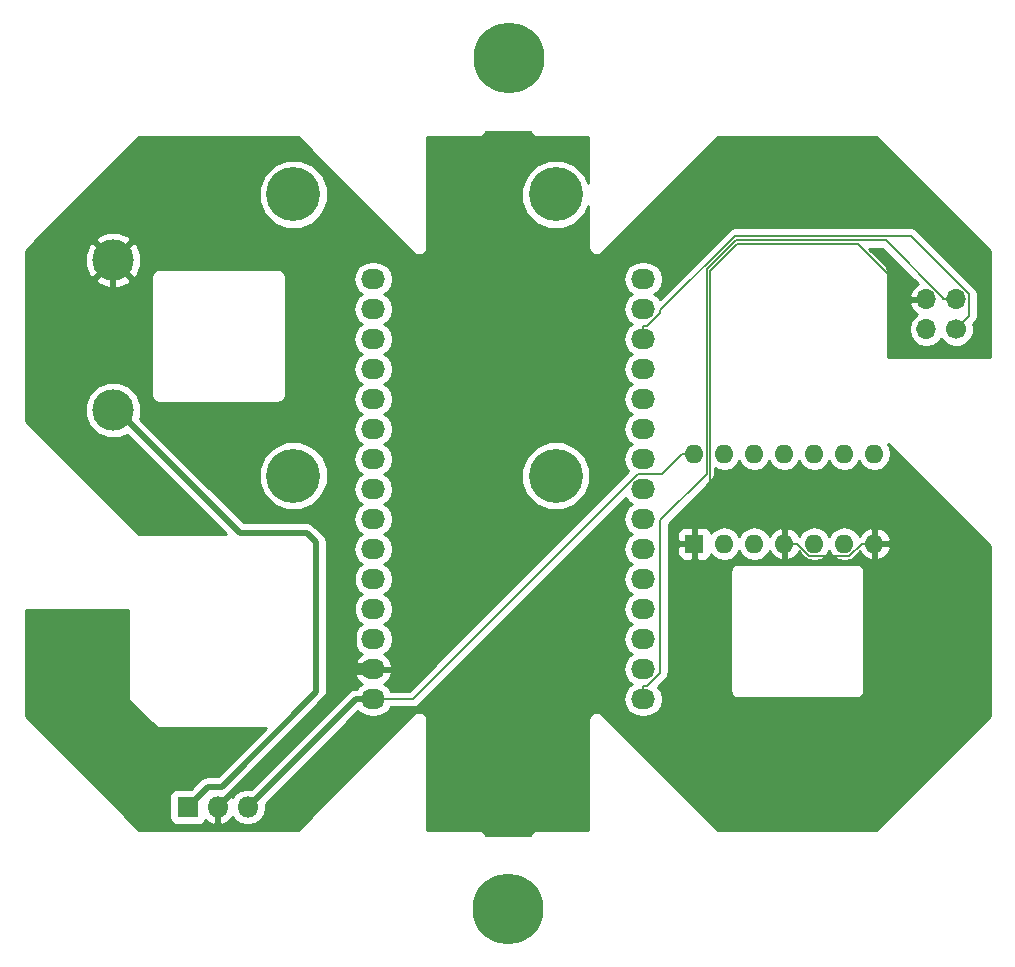
<source format=gbl>
G04 #@! TF.FileFunction,Copper,L2,Bot,Signal*
%FSLAX46Y46*%
G04 Gerber Fmt 4.6, Leading zero omitted, Abs format (unit mm)*
G04 Created by KiCad (PCBNEW 4.0.7) date 07/15/18 15:36:16*
%MOMM*%
%LPD*%
G01*
G04 APERTURE LIST*
%ADD10C,0.100000*%
%ADD11C,3.500000*%
%ADD12C,4.572000*%
%ADD13R,1.800000X1.800000*%
%ADD14O,1.800000X1.800000*%
%ADD15O,2.032000X1.727200*%
%ADD16C,1.700000*%
%ADD17O,1.700000X1.700000*%
%ADD18R,1.600000X1.600000*%
%ADD19O,1.600000X1.600000*%
%ADD20C,6.000000*%
%ADD21C,0.500000*%
%ADD22C,0.152400*%
%ADD23C,1.000000*%
%ADD24C,0.254000*%
G04 APERTURE END LIST*
D10*
D11*
X156600000Y-68800000D03*
X156600000Y-56100000D03*
D12*
X171840000Y-50537400D03*
X171840000Y-74362600D03*
X194065000Y-74362600D03*
X194065000Y-50537400D03*
D13*
X162900000Y-102400000D03*
D14*
X165440000Y-102400000D03*
X167980000Y-102400000D03*
D15*
X178600000Y-57700000D03*
X178600000Y-60240000D03*
X178600000Y-62780000D03*
X178600000Y-65320000D03*
X178600000Y-67860000D03*
X178600000Y-70400000D03*
X178600000Y-72940000D03*
X178600000Y-75480000D03*
X178600000Y-78020000D03*
X178600000Y-80560000D03*
X178600000Y-83100000D03*
X178600000Y-85640000D03*
X178600000Y-88180000D03*
X178600000Y-90720000D03*
X178600000Y-93260000D03*
X201460000Y-57700000D03*
X201460000Y-88180000D03*
X201460000Y-90720000D03*
X201460000Y-85640000D03*
X201460000Y-70400000D03*
X201460000Y-67860000D03*
X201460000Y-72940000D03*
X201460000Y-93260000D03*
X201460000Y-78020000D03*
X201460000Y-75480000D03*
X201460000Y-80560000D03*
X201460000Y-83100000D03*
X201460000Y-62780000D03*
X201460000Y-65320000D03*
X201460000Y-60240000D03*
D16*
X227970000Y-61970000D03*
D17*
X225430000Y-61970000D03*
X227970000Y-59430000D03*
X225430000Y-59430000D03*
D18*
X205800000Y-80100000D03*
D19*
X221040000Y-72480000D03*
X208340000Y-80100000D03*
X218500000Y-72480000D03*
X210880000Y-80100000D03*
X215960000Y-72480000D03*
X213420000Y-80100000D03*
X213420000Y-72480000D03*
X215960000Y-80100000D03*
X210880000Y-72480000D03*
X218500000Y-80100000D03*
X208340000Y-72480000D03*
X221040000Y-80100000D03*
X205800000Y-72480000D03*
D20*
X190100000Y-39000000D03*
X190000000Y-111000000D03*
D21*
X176752732Y-90749925D02*
X176752732Y-91087268D01*
X176752732Y-91087268D02*
X165440000Y-102400000D01*
X156600000Y-56100000D02*
X156600000Y-63800000D01*
X156600000Y-63800000D02*
X155800000Y-64600000D01*
D22*
X218918200Y-81192900D02*
X220011100Y-80100000D01*
X215541800Y-81192900D02*
X218918200Y-81192900D01*
X214448900Y-80100000D02*
X215541800Y-81192900D01*
X213420000Y-80100000D02*
X214448900Y-80100000D01*
X221040000Y-80100000D02*
X220011100Y-80100000D01*
X225430000Y-59430000D02*
X224351100Y-59430000D01*
X205800000Y-80100000D02*
X205800000Y-79071100D01*
X219637200Y-54716100D02*
X224351100Y-59430000D01*
X209422000Y-54716100D02*
X219637200Y-54716100D01*
X207134000Y-57004100D02*
X209422000Y-54716100D01*
X207134000Y-77737100D02*
X207134000Y-57004100D01*
X205800000Y-79071100D02*
X207134000Y-77737100D01*
X176800000Y-90700000D02*
X176752732Y-90749925D01*
D23*
X178600000Y-90720000D02*
X176800000Y-90700000D01*
X176500000Y-78200000D02*
X176800000Y-90700000D01*
D21*
X155800000Y-64600000D02*
X171100000Y-78200000D01*
X171100000Y-78200000D02*
X176500000Y-78200000D01*
X178600000Y-93260000D02*
X177120000Y-93260000D01*
X177120000Y-93260000D02*
X167980000Y-102400000D01*
D22*
X205800000Y-72480000D02*
X204771100Y-72480000D01*
X181955400Y-93260000D02*
X178600000Y-93260000D01*
X201005400Y-74210000D02*
X181955400Y-93260000D01*
X203041100Y-74210000D02*
X201005400Y-74210000D01*
X204771100Y-72480000D02*
X203041100Y-74210000D01*
D21*
X156600000Y-68800000D02*
X156900000Y-68800000D01*
X156900000Y-68800000D02*
X167300000Y-79200000D01*
X164600000Y-100700000D02*
X162900000Y-102400000D01*
X165800000Y-100700000D02*
X164600000Y-100700000D01*
X173800000Y-92700000D02*
X165800000Y-100700000D01*
X173800000Y-80000000D02*
X173800000Y-92700000D01*
X173000000Y-79200000D02*
X173800000Y-80000000D01*
X167300000Y-79200000D02*
X173000000Y-79200000D01*
D22*
X227970000Y-59430000D02*
X226891100Y-59430000D01*
X201460000Y-93260000D02*
X201460000Y-92167500D01*
X226891100Y-59295100D02*
X226891100Y-59430000D01*
X222003400Y-54407400D02*
X226891100Y-59295100D01*
X209299000Y-54407400D02*
X222003400Y-54407400D01*
X206828900Y-56877500D02*
X209299000Y-54407400D01*
X206828900Y-74210000D02*
X206828900Y-56877500D01*
X202907400Y-78131500D02*
X206828900Y-74210000D01*
X202907400Y-91022600D02*
X202907400Y-78131500D01*
X201762500Y-92167500D02*
X202907400Y-91022600D01*
X201460000Y-92167500D02*
X201762500Y-92167500D01*
X201818200Y-61687500D02*
X201460000Y-61687500D01*
X202907400Y-60598300D02*
X201818200Y-61687500D01*
X202907400Y-60351400D02*
X202907400Y-60598300D01*
X209209200Y-54049600D02*
X202907400Y-60351400D01*
X224176800Y-54049600D02*
X209209200Y-54049600D01*
X229069900Y-58942700D02*
X224176800Y-54049600D01*
X229069900Y-60870100D02*
X229069900Y-58942700D01*
X227970000Y-61970000D02*
X229069900Y-60870100D01*
X201460000Y-62780000D02*
X201460000Y-61687500D01*
D24*
G36*
X230816100Y-80287336D02*
X230816100Y-94719864D01*
X221217364Y-104318600D01*
X207784836Y-104318600D01*
X197985468Y-94519232D01*
X197763238Y-94370743D01*
X197501100Y-94318600D01*
X197238962Y-94370743D01*
X197016732Y-94519232D01*
X196868243Y-94741462D01*
X196816100Y-95003600D01*
X196816100Y-104318600D01*
X192501100Y-104318600D01*
X192238962Y-104370743D01*
X192016732Y-104519232D01*
X191868243Y-104741462D01*
X191861970Y-104773000D01*
X188140230Y-104773000D01*
X188133957Y-104741462D01*
X187985468Y-104519232D01*
X187763238Y-104370743D01*
X187501100Y-104318600D01*
X183186100Y-104318600D01*
X183186100Y-95003600D01*
X183133957Y-94741462D01*
X182985468Y-94519232D01*
X182763238Y-94370743D01*
X182501100Y-94318600D01*
X182238962Y-94370743D01*
X182016732Y-94519232D01*
X172217364Y-104318600D01*
X158784836Y-104318600D01*
X149186100Y-94719864D01*
X149186100Y-85688600D01*
X157816100Y-85688600D01*
X157816100Y-93003600D01*
X157868243Y-93265738D01*
X158016732Y-93487968D01*
X160016732Y-95487968D01*
X160238962Y-95636457D01*
X160501100Y-95688600D01*
X169559821Y-95688600D01*
X165433420Y-99815000D01*
X164600005Y-99815000D01*
X164600000Y-99814999D01*
X164317516Y-99871190D01*
X164261325Y-99882367D01*
X163974210Y-100074210D01*
X163974208Y-100074213D01*
X163195861Y-100852560D01*
X162000000Y-100852560D01*
X161764683Y-100896838D01*
X161548559Y-101035910D01*
X161403569Y-101248110D01*
X161352560Y-101500000D01*
X161352560Y-103300000D01*
X161396838Y-103535317D01*
X161535910Y-103751441D01*
X161748110Y-103896431D01*
X162000000Y-103947440D01*
X163800000Y-103947440D01*
X164035317Y-103903162D01*
X164251441Y-103764090D01*
X164396431Y-103551890D01*
X164406766Y-103500854D01*
X164532424Y-103637966D01*
X165075258Y-103891046D01*
X165313000Y-103770997D01*
X165313000Y-102527000D01*
X165293000Y-102527000D01*
X165293000Y-102273000D01*
X165313000Y-102273000D01*
X165313000Y-102253000D01*
X165567000Y-102253000D01*
X165567000Y-102273000D01*
X165587000Y-102273000D01*
X165587000Y-102527000D01*
X165567000Y-102527000D01*
X165567000Y-103770997D01*
X165804742Y-103891046D01*
X166347576Y-103637966D01*
X166705499Y-103247418D01*
X166864519Y-103485409D01*
X167362509Y-103818155D01*
X167949928Y-103935000D01*
X168010072Y-103935000D01*
X168597491Y-103818155D01*
X169095481Y-103485409D01*
X169428227Y-102987419D01*
X169545072Y-102400000D01*
X169493060Y-102138520D01*
X177338091Y-94293488D01*
X177355585Y-94319670D01*
X177841766Y-94644526D01*
X178415255Y-94758600D01*
X178784745Y-94758600D01*
X179358234Y-94644526D01*
X179844415Y-94319670D01*
X180077255Y-93971200D01*
X181955400Y-93971200D01*
X182227565Y-93917063D01*
X182458294Y-93762894D01*
X200001668Y-76219521D01*
X200215585Y-76539670D01*
X200530366Y-76750000D01*
X200215585Y-76960330D01*
X199890729Y-77446511D01*
X199776655Y-78020000D01*
X199890729Y-78593489D01*
X200215585Y-79079670D01*
X200530366Y-79290000D01*
X200215585Y-79500330D01*
X199890729Y-79986511D01*
X199776655Y-80560000D01*
X199890729Y-81133489D01*
X200215585Y-81619670D01*
X200530366Y-81830000D01*
X200215585Y-82040330D01*
X199890729Y-82526511D01*
X199776655Y-83100000D01*
X199890729Y-83673489D01*
X200215585Y-84159670D01*
X200530366Y-84370000D01*
X200215585Y-84580330D01*
X199890729Y-85066511D01*
X199776655Y-85640000D01*
X199890729Y-86213489D01*
X200215585Y-86699670D01*
X200530366Y-86910000D01*
X200215585Y-87120330D01*
X199890729Y-87606511D01*
X199776655Y-88180000D01*
X199890729Y-88753489D01*
X200215585Y-89239670D01*
X200530366Y-89450000D01*
X200215585Y-89660330D01*
X199890729Y-90146511D01*
X199776655Y-90720000D01*
X199890729Y-91293489D01*
X200215585Y-91779670D01*
X200530366Y-91990000D01*
X200215585Y-92200330D01*
X199890729Y-92686511D01*
X199776655Y-93260000D01*
X199890729Y-93833489D01*
X200215585Y-94319670D01*
X200701766Y-94644526D01*
X201275255Y-94758600D01*
X201644745Y-94758600D01*
X202218234Y-94644526D01*
X202704415Y-94319670D01*
X203029271Y-93833489D01*
X203143345Y-93260000D01*
X203029271Y-92686511D01*
X202716849Y-92218939D01*
X203410294Y-91525494D01*
X203564463Y-91294765D01*
X203604240Y-91094791D01*
X203618600Y-91022600D01*
X203618600Y-82503600D01*
X208816100Y-82503600D01*
X208816100Y-92503600D01*
X208868243Y-92765738D01*
X209016732Y-92987968D01*
X209238962Y-93136457D01*
X209501100Y-93188600D01*
X219501100Y-93188600D01*
X219763238Y-93136457D01*
X219985468Y-92987968D01*
X220133957Y-92765738D01*
X220186100Y-92503600D01*
X220186100Y-82503600D01*
X220133957Y-82241462D01*
X219985468Y-82019232D01*
X219763238Y-81870743D01*
X219501100Y-81818600D01*
X209501100Y-81818600D01*
X209238962Y-81870743D01*
X209016732Y-82019232D01*
X208868243Y-82241462D01*
X208816100Y-82503600D01*
X203618600Y-82503600D01*
X203618600Y-80385750D01*
X204365000Y-80385750D01*
X204365000Y-81026309D01*
X204461673Y-81259698D01*
X204640301Y-81438327D01*
X204873690Y-81535000D01*
X205514250Y-81535000D01*
X205673000Y-81376250D01*
X205673000Y-80227000D01*
X204523750Y-80227000D01*
X204365000Y-80385750D01*
X203618600Y-80385750D01*
X203618600Y-79173691D01*
X204365000Y-79173691D01*
X204365000Y-79814250D01*
X204523750Y-79973000D01*
X205673000Y-79973000D01*
X205673000Y-78823750D01*
X205927000Y-78823750D01*
X205927000Y-79973000D01*
X205947000Y-79973000D01*
X205947000Y-80227000D01*
X205927000Y-80227000D01*
X205927000Y-81376250D01*
X206085750Y-81535000D01*
X206726310Y-81535000D01*
X206959699Y-81438327D01*
X207138327Y-81259698D01*
X207235000Y-81026309D01*
X207235000Y-81007665D01*
X207325302Y-81142811D01*
X207790849Y-81453880D01*
X208340000Y-81563113D01*
X208889151Y-81453880D01*
X209354698Y-81142811D01*
X209610000Y-80760725D01*
X209865302Y-81142811D01*
X210330849Y-81453880D01*
X210880000Y-81563113D01*
X211429151Y-81453880D01*
X211894698Y-81142811D01*
X212164986Y-80738297D01*
X212267611Y-80955134D01*
X212682577Y-81331041D01*
X213070961Y-81491904D01*
X213293000Y-81369915D01*
X213293000Y-80227000D01*
X213273000Y-80227000D01*
X213273000Y-79973000D01*
X213293000Y-79973000D01*
X213293000Y-78830085D01*
X213547000Y-78830085D01*
X213547000Y-79973000D01*
X213567000Y-79973000D01*
X213567000Y-80227000D01*
X213547000Y-80227000D01*
X213547000Y-81369915D01*
X213769039Y-81491904D01*
X214157423Y-81331041D01*
X214572389Y-80955134D01*
X214675014Y-80738297D01*
X214945302Y-81142811D01*
X215410849Y-81453880D01*
X215960000Y-81563113D01*
X216509151Y-81453880D01*
X216974698Y-81142811D01*
X217230000Y-80760725D01*
X217485302Y-81142811D01*
X217950849Y-81453880D01*
X218500000Y-81563113D01*
X219049151Y-81453880D01*
X219514698Y-81142811D01*
X219784986Y-80738297D01*
X219887611Y-80955134D01*
X220302577Y-81331041D01*
X220690961Y-81491904D01*
X220913000Y-81369915D01*
X220913000Y-80227000D01*
X221167000Y-80227000D01*
X221167000Y-81369915D01*
X221389039Y-81491904D01*
X221777423Y-81331041D01*
X222192389Y-80955134D01*
X222431914Y-80449041D01*
X222310629Y-80227000D01*
X221167000Y-80227000D01*
X220913000Y-80227000D01*
X220893000Y-80227000D01*
X220893000Y-79973000D01*
X220913000Y-79973000D01*
X220913000Y-78830085D01*
X221167000Y-78830085D01*
X221167000Y-79973000D01*
X222310629Y-79973000D01*
X222431914Y-79750959D01*
X222192389Y-79244866D01*
X221777423Y-78868959D01*
X221389039Y-78708096D01*
X221167000Y-78830085D01*
X220913000Y-78830085D01*
X220690961Y-78708096D01*
X220302577Y-78868959D01*
X219887611Y-79244866D01*
X219784986Y-79461703D01*
X219514698Y-79057189D01*
X219049151Y-78746120D01*
X218500000Y-78636887D01*
X217950849Y-78746120D01*
X217485302Y-79057189D01*
X217230000Y-79439275D01*
X216974698Y-79057189D01*
X216509151Y-78746120D01*
X215960000Y-78636887D01*
X215410849Y-78746120D01*
X214945302Y-79057189D01*
X214675014Y-79461703D01*
X214572389Y-79244866D01*
X214157423Y-78868959D01*
X213769039Y-78708096D01*
X213547000Y-78830085D01*
X213293000Y-78830085D01*
X213070961Y-78708096D01*
X212682577Y-78868959D01*
X212267611Y-79244866D01*
X212164986Y-79461703D01*
X211894698Y-79057189D01*
X211429151Y-78746120D01*
X210880000Y-78636887D01*
X210330849Y-78746120D01*
X209865302Y-79057189D01*
X209610000Y-79439275D01*
X209354698Y-79057189D01*
X208889151Y-78746120D01*
X208340000Y-78636887D01*
X207790849Y-78746120D01*
X207325302Y-79057189D01*
X207235000Y-79192335D01*
X207235000Y-79173691D01*
X207138327Y-78940302D01*
X206959699Y-78761673D01*
X206726310Y-78665000D01*
X206085750Y-78665000D01*
X205927000Y-78823750D01*
X205673000Y-78823750D01*
X205514250Y-78665000D01*
X204873690Y-78665000D01*
X204640301Y-78761673D01*
X204461673Y-78940302D01*
X204365000Y-79173691D01*
X203618600Y-79173691D01*
X203618600Y-78426088D01*
X207331794Y-74712895D01*
X207485962Y-74482165D01*
X207485963Y-74482164D01*
X207540100Y-74210000D01*
X207540100Y-73666335D01*
X207790849Y-73833880D01*
X208340000Y-73943113D01*
X208889151Y-73833880D01*
X209354698Y-73522811D01*
X209610000Y-73140725D01*
X209865302Y-73522811D01*
X210330849Y-73833880D01*
X210880000Y-73943113D01*
X211429151Y-73833880D01*
X211894698Y-73522811D01*
X212150000Y-73140725D01*
X212405302Y-73522811D01*
X212870849Y-73833880D01*
X213420000Y-73943113D01*
X213969151Y-73833880D01*
X214434698Y-73522811D01*
X214690000Y-73140725D01*
X214945302Y-73522811D01*
X215410849Y-73833880D01*
X215960000Y-73943113D01*
X216509151Y-73833880D01*
X216974698Y-73522811D01*
X217230000Y-73140725D01*
X217485302Y-73522811D01*
X217950849Y-73833880D01*
X218500000Y-73943113D01*
X219049151Y-73833880D01*
X219514698Y-73522811D01*
X219770000Y-73140725D01*
X220025302Y-73522811D01*
X220490849Y-73833880D01*
X221040000Y-73943113D01*
X221589151Y-73833880D01*
X222054698Y-73522811D01*
X222365767Y-73057264D01*
X222475000Y-72508113D01*
X222475000Y-72451887D01*
X222365767Y-71902736D01*
X222233402Y-71704638D01*
X230816100Y-80287336D01*
X230816100Y-80287336D01*
G37*
X230816100Y-80287336D02*
X230816100Y-94719864D01*
X221217364Y-104318600D01*
X207784836Y-104318600D01*
X197985468Y-94519232D01*
X197763238Y-94370743D01*
X197501100Y-94318600D01*
X197238962Y-94370743D01*
X197016732Y-94519232D01*
X196868243Y-94741462D01*
X196816100Y-95003600D01*
X196816100Y-104318600D01*
X192501100Y-104318600D01*
X192238962Y-104370743D01*
X192016732Y-104519232D01*
X191868243Y-104741462D01*
X191861970Y-104773000D01*
X188140230Y-104773000D01*
X188133957Y-104741462D01*
X187985468Y-104519232D01*
X187763238Y-104370743D01*
X187501100Y-104318600D01*
X183186100Y-104318600D01*
X183186100Y-95003600D01*
X183133957Y-94741462D01*
X182985468Y-94519232D01*
X182763238Y-94370743D01*
X182501100Y-94318600D01*
X182238962Y-94370743D01*
X182016732Y-94519232D01*
X172217364Y-104318600D01*
X158784836Y-104318600D01*
X149186100Y-94719864D01*
X149186100Y-85688600D01*
X157816100Y-85688600D01*
X157816100Y-93003600D01*
X157868243Y-93265738D01*
X158016732Y-93487968D01*
X160016732Y-95487968D01*
X160238962Y-95636457D01*
X160501100Y-95688600D01*
X169559821Y-95688600D01*
X165433420Y-99815000D01*
X164600005Y-99815000D01*
X164600000Y-99814999D01*
X164317516Y-99871190D01*
X164261325Y-99882367D01*
X163974210Y-100074210D01*
X163974208Y-100074213D01*
X163195861Y-100852560D01*
X162000000Y-100852560D01*
X161764683Y-100896838D01*
X161548559Y-101035910D01*
X161403569Y-101248110D01*
X161352560Y-101500000D01*
X161352560Y-103300000D01*
X161396838Y-103535317D01*
X161535910Y-103751441D01*
X161748110Y-103896431D01*
X162000000Y-103947440D01*
X163800000Y-103947440D01*
X164035317Y-103903162D01*
X164251441Y-103764090D01*
X164396431Y-103551890D01*
X164406766Y-103500854D01*
X164532424Y-103637966D01*
X165075258Y-103891046D01*
X165313000Y-103770997D01*
X165313000Y-102527000D01*
X165293000Y-102527000D01*
X165293000Y-102273000D01*
X165313000Y-102273000D01*
X165313000Y-102253000D01*
X165567000Y-102253000D01*
X165567000Y-102273000D01*
X165587000Y-102273000D01*
X165587000Y-102527000D01*
X165567000Y-102527000D01*
X165567000Y-103770997D01*
X165804742Y-103891046D01*
X166347576Y-103637966D01*
X166705499Y-103247418D01*
X166864519Y-103485409D01*
X167362509Y-103818155D01*
X167949928Y-103935000D01*
X168010072Y-103935000D01*
X168597491Y-103818155D01*
X169095481Y-103485409D01*
X169428227Y-102987419D01*
X169545072Y-102400000D01*
X169493060Y-102138520D01*
X177338091Y-94293488D01*
X177355585Y-94319670D01*
X177841766Y-94644526D01*
X178415255Y-94758600D01*
X178784745Y-94758600D01*
X179358234Y-94644526D01*
X179844415Y-94319670D01*
X180077255Y-93971200D01*
X181955400Y-93971200D01*
X182227565Y-93917063D01*
X182458294Y-93762894D01*
X200001668Y-76219521D01*
X200215585Y-76539670D01*
X200530366Y-76750000D01*
X200215585Y-76960330D01*
X199890729Y-77446511D01*
X199776655Y-78020000D01*
X199890729Y-78593489D01*
X200215585Y-79079670D01*
X200530366Y-79290000D01*
X200215585Y-79500330D01*
X199890729Y-79986511D01*
X199776655Y-80560000D01*
X199890729Y-81133489D01*
X200215585Y-81619670D01*
X200530366Y-81830000D01*
X200215585Y-82040330D01*
X199890729Y-82526511D01*
X199776655Y-83100000D01*
X199890729Y-83673489D01*
X200215585Y-84159670D01*
X200530366Y-84370000D01*
X200215585Y-84580330D01*
X199890729Y-85066511D01*
X199776655Y-85640000D01*
X199890729Y-86213489D01*
X200215585Y-86699670D01*
X200530366Y-86910000D01*
X200215585Y-87120330D01*
X199890729Y-87606511D01*
X199776655Y-88180000D01*
X199890729Y-88753489D01*
X200215585Y-89239670D01*
X200530366Y-89450000D01*
X200215585Y-89660330D01*
X199890729Y-90146511D01*
X199776655Y-90720000D01*
X199890729Y-91293489D01*
X200215585Y-91779670D01*
X200530366Y-91990000D01*
X200215585Y-92200330D01*
X199890729Y-92686511D01*
X199776655Y-93260000D01*
X199890729Y-93833489D01*
X200215585Y-94319670D01*
X200701766Y-94644526D01*
X201275255Y-94758600D01*
X201644745Y-94758600D01*
X202218234Y-94644526D01*
X202704415Y-94319670D01*
X203029271Y-93833489D01*
X203143345Y-93260000D01*
X203029271Y-92686511D01*
X202716849Y-92218939D01*
X203410294Y-91525494D01*
X203564463Y-91294765D01*
X203604240Y-91094791D01*
X203618600Y-91022600D01*
X203618600Y-82503600D01*
X208816100Y-82503600D01*
X208816100Y-92503600D01*
X208868243Y-92765738D01*
X209016732Y-92987968D01*
X209238962Y-93136457D01*
X209501100Y-93188600D01*
X219501100Y-93188600D01*
X219763238Y-93136457D01*
X219985468Y-92987968D01*
X220133957Y-92765738D01*
X220186100Y-92503600D01*
X220186100Y-82503600D01*
X220133957Y-82241462D01*
X219985468Y-82019232D01*
X219763238Y-81870743D01*
X219501100Y-81818600D01*
X209501100Y-81818600D01*
X209238962Y-81870743D01*
X209016732Y-82019232D01*
X208868243Y-82241462D01*
X208816100Y-82503600D01*
X203618600Y-82503600D01*
X203618600Y-80385750D01*
X204365000Y-80385750D01*
X204365000Y-81026309D01*
X204461673Y-81259698D01*
X204640301Y-81438327D01*
X204873690Y-81535000D01*
X205514250Y-81535000D01*
X205673000Y-81376250D01*
X205673000Y-80227000D01*
X204523750Y-80227000D01*
X204365000Y-80385750D01*
X203618600Y-80385750D01*
X203618600Y-79173691D01*
X204365000Y-79173691D01*
X204365000Y-79814250D01*
X204523750Y-79973000D01*
X205673000Y-79973000D01*
X205673000Y-78823750D01*
X205927000Y-78823750D01*
X205927000Y-79973000D01*
X205947000Y-79973000D01*
X205947000Y-80227000D01*
X205927000Y-80227000D01*
X205927000Y-81376250D01*
X206085750Y-81535000D01*
X206726310Y-81535000D01*
X206959699Y-81438327D01*
X207138327Y-81259698D01*
X207235000Y-81026309D01*
X207235000Y-81007665D01*
X207325302Y-81142811D01*
X207790849Y-81453880D01*
X208340000Y-81563113D01*
X208889151Y-81453880D01*
X209354698Y-81142811D01*
X209610000Y-80760725D01*
X209865302Y-81142811D01*
X210330849Y-81453880D01*
X210880000Y-81563113D01*
X211429151Y-81453880D01*
X211894698Y-81142811D01*
X212164986Y-80738297D01*
X212267611Y-80955134D01*
X212682577Y-81331041D01*
X213070961Y-81491904D01*
X213293000Y-81369915D01*
X213293000Y-80227000D01*
X213273000Y-80227000D01*
X213273000Y-79973000D01*
X213293000Y-79973000D01*
X213293000Y-78830085D01*
X213547000Y-78830085D01*
X213547000Y-79973000D01*
X213567000Y-79973000D01*
X213567000Y-80227000D01*
X213547000Y-80227000D01*
X213547000Y-81369915D01*
X213769039Y-81491904D01*
X214157423Y-81331041D01*
X214572389Y-80955134D01*
X214675014Y-80738297D01*
X214945302Y-81142811D01*
X215410849Y-81453880D01*
X215960000Y-81563113D01*
X216509151Y-81453880D01*
X216974698Y-81142811D01*
X217230000Y-80760725D01*
X217485302Y-81142811D01*
X217950849Y-81453880D01*
X218500000Y-81563113D01*
X219049151Y-81453880D01*
X219514698Y-81142811D01*
X219784986Y-80738297D01*
X219887611Y-80955134D01*
X220302577Y-81331041D01*
X220690961Y-81491904D01*
X220913000Y-81369915D01*
X220913000Y-80227000D01*
X221167000Y-80227000D01*
X221167000Y-81369915D01*
X221389039Y-81491904D01*
X221777423Y-81331041D01*
X222192389Y-80955134D01*
X222431914Y-80449041D01*
X222310629Y-80227000D01*
X221167000Y-80227000D01*
X220913000Y-80227000D01*
X220893000Y-80227000D01*
X220893000Y-79973000D01*
X220913000Y-79973000D01*
X220913000Y-78830085D01*
X221167000Y-78830085D01*
X221167000Y-79973000D01*
X222310629Y-79973000D01*
X222431914Y-79750959D01*
X222192389Y-79244866D01*
X221777423Y-78868959D01*
X221389039Y-78708096D01*
X221167000Y-78830085D01*
X220913000Y-78830085D01*
X220690961Y-78708096D01*
X220302577Y-78868959D01*
X219887611Y-79244866D01*
X219784986Y-79461703D01*
X219514698Y-79057189D01*
X219049151Y-78746120D01*
X218500000Y-78636887D01*
X217950849Y-78746120D01*
X217485302Y-79057189D01*
X217230000Y-79439275D01*
X216974698Y-79057189D01*
X216509151Y-78746120D01*
X215960000Y-78636887D01*
X215410849Y-78746120D01*
X214945302Y-79057189D01*
X214675014Y-79461703D01*
X214572389Y-79244866D01*
X214157423Y-78868959D01*
X213769039Y-78708096D01*
X213547000Y-78830085D01*
X213293000Y-78830085D01*
X213070961Y-78708096D01*
X212682577Y-78868959D01*
X212267611Y-79244866D01*
X212164986Y-79461703D01*
X211894698Y-79057189D01*
X211429151Y-78746120D01*
X210880000Y-78636887D01*
X210330849Y-78746120D01*
X209865302Y-79057189D01*
X209610000Y-79439275D01*
X209354698Y-79057189D01*
X208889151Y-78746120D01*
X208340000Y-78636887D01*
X207790849Y-78746120D01*
X207325302Y-79057189D01*
X207235000Y-79192335D01*
X207235000Y-79173691D01*
X207138327Y-78940302D01*
X206959699Y-78761673D01*
X206726310Y-78665000D01*
X206085750Y-78665000D01*
X205927000Y-78823750D01*
X205673000Y-78823750D01*
X205514250Y-78665000D01*
X204873690Y-78665000D01*
X204640301Y-78761673D01*
X204461673Y-78940302D01*
X204365000Y-79173691D01*
X203618600Y-79173691D01*
X203618600Y-78426088D01*
X207331794Y-74712895D01*
X207485962Y-74482165D01*
X207485963Y-74482164D01*
X207540100Y-74210000D01*
X207540100Y-73666335D01*
X207790849Y-73833880D01*
X208340000Y-73943113D01*
X208889151Y-73833880D01*
X209354698Y-73522811D01*
X209610000Y-73140725D01*
X209865302Y-73522811D01*
X210330849Y-73833880D01*
X210880000Y-73943113D01*
X211429151Y-73833880D01*
X211894698Y-73522811D01*
X212150000Y-73140725D01*
X212405302Y-73522811D01*
X212870849Y-73833880D01*
X213420000Y-73943113D01*
X213969151Y-73833880D01*
X214434698Y-73522811D01*
X214690000Y-73140725D01*
X214945302Y-73522811D01*
X215410849Y-73833880D01*
X215960000Y-73943113D01*
X216509151Y-73833880D01*
X216974698Y-73522811D01*
X217230000Y-73140725D01*
X217485302Y-73522811D01*
X217950849Y-73833880D01*
X218500000Y-73943113D01*
X219049151Y-73833880D01*
X219514698Y-73522811D01*
X219770000Y-73140725D01*
X220025302Y-73522811D01*
X220490849Y-73833880D01*
X221040000Y-73943113D01*
X221589151Y-73833880D01*
X222054698Y-73522811D01*
X222365767Y-73057264D01*
X222475000Y-72508113D01*
X222475000Y-72451887D01*
X222365767Y-71902736D01*
X222233402Y-71704638D01*
X230816100Y-80287336D01*
G36*
X191884277Y-45289735D02*
X192016732Y-45487968D01*
X192238962Y-45636457D01*
X192501100Y-45688600D01*
X196816100Y-45688600D01*
X196816100Y-49546512D01*
X196542747Y-48884948D01*
X195721774Y-48062540D01*
X194648572Y-47616908D01*
X193486526Y-47615894D01*
X192412548Y-48059653D01*
X191590140Y-48880626D01*
X191144508Y-49953828D01*
X191143494Y-51115874D01*
X191587253Y-52189852D01*
X192408226Y-53012260D01*
X193481428Y-53457892D01*
X194643474Y-53458906D01*
X195717452Y-53015147D01*
X196539860Y-52194174D01*
X196816100Y-51528914D01*
X196816100Y-55003600D01*
X196868243Y-55265738D01*
X197016732Y-55487968D01*
X197238962Y-55636457D01*
X197501100Y-55688600D01*
X197763238Y-55636457D01*
X197985468Y-55487968D01*
X207784836Y-45688600D01*
X221217364Y-45688600D01*
X230816100Y-55287336D01*
X230816100Y-64318600D01*
X222186100Y-64318600D01*
X222186100Y-57003600D01*
X222133957Y-56741462D01*
X221985468Y-56519232D01*
X220584836Y-55118600D01*
X221708812Y-55118600D01*
X224723528Y-58133317D01*
X224663076Y-58158355D01*
X224234817Y-58548642D01*
X223988514Y-59073108D01*
X224109181Y-59303000D01*
X225303000Y-59303000D01*
X225303000Y-59283000D01*
X225557000Y-59283000D01*
X225557000Y-59303000D01*
X225577000Y-59303000D01*
X225577000Y-59557000D01*
X225557000Y-59557000D01*
X225557000Y-59577000D01*
X225303000Y-59577000D01*
X225303000Y-59557000D01*
X224109181Y-59557000D01*
X223988514Y-59786892D01*
X224234817Y-60311358D01*
X224663076Y-60701645D01*
X224663101Y-60701655D01*
X224379946Y-60890853D01*
X224058039Y-61372622D01*
X223945000Y-61940907D01*
X223945000Y-61999093D01*
X224058039Y-62567378D01*
X224379946Y-63049147D01*
X224861715Y-63371054D01*
X225430000Y-63484093D01*
X225998285Y-63371054D01*
X226480054Y-63049147D01*
X226683385Y-62744840D01*
X226710344Y-62810086D01*
X227127717Y-63228188D01*
X227673319Y-63454742D01*
X228264089Y-63455257D01*
X228810086Y-63229656D01*
X229228188Y-62812283D01*
X229454742Y-62266681D01*
X229455257Y-61675911D01*
X229401056Y-61544733D01*
X229572794Y-61372995D01*
X229726962Y-61142265D01*
X229726963Y-61142264D01*
X229781100Y-60870100D01*
X229781100Y-58942700D01*
X229726963Y-58670536D01*
X229645516Y-58548642D01*
X229572794Y-58439805D01*
X224679694Y-53546706D01*
X224448965Y-53392537D01*
X224176800Y-53338400D01*
X209209200Y-53338400D01*
X208982190Y-53383555D01*
X208937035Y-53392537D01*
X208706306Y-53546706D01*
X202851922Y-59401090D01*
X202704415Y-59180330D01*
X202389634Y-58970000D01*
X202704415Y-58759670D01*
X203029271Y-58273489D01*
X203143345Y-57700000D01*
X203029271Y-57126511D01*
X202704415Y-56640330D01*
X202218234Y-56315474D01*
X201644745Y-56201400D01*
X201275255Y-56201400D01*
X200701766Y-56315474D01*
X200215585Y-56640330D01*
X199890729Y-57126511D01*
X199776655Y-57700000D01*
X199890729Y-58273489D01*
X200215585Y-58759670D01*
X200530366Y-58970000D01*
X200215585Y-59180330D01*
X199890729Y-59666511D01*
X199776655Y-60240000D01*
X199890729Y-60813489D01*
X200215585Y-61299670D01*
X200530366Y-61510000D01*
X200215585Y-61720330D01*
X199890729Y-62206511D01*
X199776655Y-62780000D01*
X199890729Y-63353489D01*
X200215585Y-63839670D01*
X200530366Y-64050000D01*
X200215585Y-64260330D01*
X199890729Y-64746511D01*
X199776655Y-65320000D01*
X199890729Y-65893489D01*
X200215585Y-66379670D01*
X200530366Y-66590000D01*
X200215585Y-66800330D01*
X199890729Y-67286511D01*
X199776655Y-67860000D01*
X199890729Y-68433489D01*
X200215585Y-68919670D01*
X200530366Y-69130000D01*
X200215585Y-69340330D01*
X199890729Y-69826511D01*
X199776655Y-70400000D01*
X199890729Y-70973489D01*
X200215585Y-71459670D01*
X200530366Y-71670000D01*
X200215585Y-71880330D01*
X199890729Y-72366511D01*
X199776655Y-72940000D01*
X199890729Y-73513489D01*
X200213324Y-73996287D01*
X181660812Y-92548800D01*
X180077255Y-92548800D01*
X179844415Y-92200330D01*
X179534931Y-91993539D01*
X179950732Y-91622036D01*
X180204709Y-91094791D01*
X180207358Y-91079026D01*
X180086217Y-90847000D01*
X178727000Y-90847000D01*
X178727000Y-90867000D01*
X178473000Y-90867000D01*
X178473000Y-90847000D01*
X177113783Y-90847000D01*
X176992642Y-91079026D01*
X176995291Y-91094791D01*
X177249268Y-91622036D01*
X177665069Y-91993539D01*
X177355585Y-92200330D01*
X177238874Y-92375000D01*
X177120005Y-92375000D01*
X177120000Y-92374999D01*
X176837516Y-92431190D01*
X176781325Y-92442367D01*
X176494210Y-92634210D01*
X176494208Y-92634213D01*
X168221387Y-100907033D01*
X168010072Y-100865000D01*
X167949928Y-100865000D01*
X167362509Y-100981845D01*
X166864519Y-101314591D01*
X166705499Y-101552582D01*
X166463287Y-101288293D01*
X174425787Y-93325792D01*
X174425790Y-93325790D01*
X174617633Y-93038675D01*
X174685000Y-92700000D01*
X174685000Y-80000005D01*
X174685001Y-80000000D01*
X174617633Y-79661326D01*
X174617633Y-79661325D01*
X174425790Y-79374210D01*
X174425787Y-79374208D01*
X173625790Y-78574210D01*
X173338675Y-78382367D01*
X173282484Y-78371190D01*
X173000000Y-78314999D01*
X172999995Y-78315000D01*
X167666579Y-78315000D01*
X164292654Y-74941074D01*
X168918494Y-74941074D01*
X169362253Y-76015052D01*
X170183226Y-76837460D01*
X171256428Y-77283092D01*
X172418474Y-77284106D01*
X173492452Y-76840347D01*
X174314860Y-76019374D01*
X174760492Y-74946172D01*
X174761506Y-73784126D01*
X174317747Y-72710148D01*
X173496774Y-71887740D01*
X172423572Y-71442108D01*
X171261526Y-71441094D01*
X170187548Y-71884853D01*
X169365140Y-72705826D01*
X168919508Y-73779028D01*
X168918494Y-74941074D01*
X164292654Y-74941074D01*
X158879981Y-69528401D01*
X158984585Y-69276487D01*
X158985413Y-68327675D01*
X158623084Y-67450771D01*
X157952758Y-66779274D01*
X157076487Y-66415415D01*
X156127675Y-66414587D01*
X155250771Y-66776916D01*
X154579274Y-67447242D01*
X154215415Y-68323513D01*
X154214587Y-69272325D01*
X154576916Y-70149229D01*
X155247242Y-70820726D01*
X156123513Y-71184585D01*
X157072325Y-71185413D01*
X157752706Y-70904286D01*
X166167021Y-79318600D01*
X158784836Y-79318600D01*
X149186100Y-69719864D01*
X149186100Y-57794528D01*
X155085077Y-57794528D01*
X155275364Y-58139271D01*
X156156591Y-58490956D01*
X157105323Y-58478641D01*
X157924636Y-58139271D01*
X158114923Y-57794528D01*
X156600000Y-56279605D01*
X155085077Y-57794528D01*
X149186100Y-57794528D01*
X149186100Y-55656591D01*
X154209044Y-55656591D01*
X154221359Y-56605323D01*
X154560729Y-57424636D01*
X154905472Y-57614923D01*
X156420395Y-56100000D01*
X156779605Y-56100000D01*
X158294528Y-57614923D01*
X158496211Y-57503600D01*
X159816100Y-57503600D01*
X159816100Y-67503600D01*
X159868243Y-67765738D01*
X160016732Y-67987968D01*
X160238962Y-68136457D01*
X160501100Y-68188600D01*
X170501100Y-68188600D01*
X170763238Y-68136457D01*
X170985468Y-67987968D01*
X171133957Y-67765738D01*
X171186100Y-67503600D01*
X171186100Y-57700000D01*
X176916655Y-57700000D01*
X177030729Y-58273489D01*
X177355585Y-58759670D01*
X177670366Y-58970000D01*
X177355585Y-59180330D01*
X177030729Y-59666511D01*
X176916655Y-60240000D01*
X177030729Y-60813489D01*
X177355585Y-61299670D01*
X177670366Y-61510000D01*
X177355585Y-61720330D01*
X177030729Y-62206511D01*
X176916655Y-62780000D01*
X177030729Y-63353489D01*
X177355585Y-63839670D01*
X177670366Y-64050000D01*
X177355585Y-64260330D01*
X177030729Y-64746511D01*
X176916655Y-65320000D01*
X177030729Y-65893489D01*
X177355585Y-66379670D01*
X177670366Y-66590000D01*
X177355585Y-66800330D01*
X177030729Y-67286511D01*
X176916655Y-67860000D01*
X177030729Y-68433489D01*
X177355585Y-68919670D01*
X177670366Y-69130000D01*
X177355585Y-69340330D01*
X177030729Y-69826511D01*
X176916655Y-70400000D01*
X177030729Y-70973489D01*
X177355585Y-71459670D01*
X177670366Y-71670000D01*
X177355585Y-71880330D01*
X177030729Y-72366511D01*
X176916655Y-72940000D01*
X177030729Y-73513489D01*
X177355585Y-73999670D01*
X177670366Y-74210000D01*
X177355585Y-74420330D01*
X177030729Y-74906511D01*
X176916655Y-75480000D01*
X177030729Y-76053489D01*
X177355585Y-76539670D01*
X177670366Y-76750000D01*
X177355585Y-76960330D01*
X177030729Y-77446511D01*
X176916655Y-78020000D01*
X177030729Y-78593489D01*
X177355585Y-79079670D01*
X177670366Y-79290000D01*
X177355585Y-79500330D01*
X177030729Y-79986511D01*
X176916655Y-80560000D01*
X177030729Y-81133489D01*
X177355585Y-81619670D01*
X177670366Y-81830000D01*
X177355585Y-82040330D01*
X177030729Y-82526511D01*
X176916655Y-83100000D01*
X177030729Y-83673489D01*
X177355585Y-84159670D01*
X177670366Y-84370000D01*
X177355585Y-84580330D01*
X177030729Y-85066511D01*
X176916655Y-85640000D01*
X177030729Y-86213489D01*
X177355585Y-86699670D01*
X177670366Y-86910000D01*
X177355585Y-87120330D01*
X177030729Y-87606511D01*
X176916655Y-88180000D01*
X177030729Y-88753489D01*
X177355585Y-89239670D01*
X177665069Y-89446461D01*
X177249268Y-89817964D01*
X176995291Y-90345209D01*
X176992642Y-90360974D01*
X177113783Y-90593000D01*
X178473000Y-90593000D01*
X178473000Y-90573000D01*
X178727000Y-90573000D01*
X178727000Y-90593000D01*
X180086217Y-90593000D01*
X180207358Y-90360974D01*
X180204709Y-90345209D01*
X179950732Y-89817964D01*
X179534931Y-89446461D01*
X179844415Y-89239670D01*
X180169271Y-88753489D01*
X180283345Y-88180000D01*
X180169271Y-87606511D01*
X179844415Y-87120330D01*
X179529634Y-86910000D01*
X179844415Y-86699670D01*
X180169271Y-86213489D01*
X180283345Y-85640000D01*
X180169271Y-85066511D01*
X179844415Y-84580330D01*
X179529634Y-84370000D01*
X179844415Y-84159670D01*
X180169271Y-83673489D01*
X180283345Y-83100000D01*
X180169271Y-82526511D01*
X179844415Y-82040330D01*
X179529634Y-81830000D01*
X179844415Y-81619670D01*
X180169271Y-81133489D01*
X180283345Y-80560000D01*
X180169271Y-79986511D01*
X179844415Y-79500330D01*
X179529634Y-79290000D01*
X179844415Y-79079670D01*
X180169271Y-78593489D01*
X180283345Y-78020000D01*
X180169271Y-77446511D01*
X179844415Y-76960330D01*
X179529634Y-76750000D01*
X179844415Y-76539670D01*
X180169271Y-76053489D01*
X180283345Y-75480000D01*
X180176147Y-74941074D01*
X191143494Y-74941074D01*
X191587253Y-76015052D01*
X192408226Y-76837460D01*
X193481428Y-77283092D01*
X194643474Y-77284106D01*
X195717452Y-76840347D01*
X196539860Y-76019374D01*
X196985492Y-74946172D01*
X196986506Y-73784126D01*
X196542747Y-72710148D01*
X195721774Y-71887740D01*
X194648572Y-71442108D01*
X193486526Y-71441094D01*
X192412548Y-71884853D01*
X191590140Y-72705826D01*
X191144508Y-73779028D01*
X191143494Y-74941074D01*
X180176147Y-74941074D01*
X180169271Y-74906511D01*
X179844415Y-74420330D01*
X179529634Y-74210000D01*
X179844415Y-73999670D01*
X180169271Y-73513489D01*
X180283345Y-72940000D01*
X180169271Y-72366511D01*
X179844415Y-71880330D01*
X179529634Y-71670000D01*
X179844415Y-71459670D01*
X180169271Y-70973489D01*
X180283345Y-70400000D01*
X180169271Y-69826511D01*
X179844415Y-69340330D01*
X179529634Y-69130000D01*
X179844415Y-68919670D01*
X180169271Y-68433489D01*
X180283345Y-67860000D01*
X180169271Y-67286511D01*
X179844415Y-66800330D01*
X179529634Y-66590000D01*
X179844415Y-66379670D01*
X180169271Y-65893489D01*
X180283345Y-65320000D01*
X180169271Y-64746511D01*
X179844415Y-64260330D01*
X179529634Y-64050000D01*
X179844415Y-63839670D01*
X180169271Y-63353489D01*
X180283345Y-62780000D01*
X180169271Y-62206511D01*
X179844415Y-61720330D01*
X179529634Y-61510000D01*
X179844415Y-61299670D01*
X180169271Y-60813489D01*
X180283345Y-60240000D01*
X180169271Y-59666511D01*
X179844415Y-59180330D01*
X179529634Y-58970000D01*
X179844415Y-58759670D01*
X180169271Y-58273489D01*
X180283345Y-57700000D01*
X180169271Y-57126511D01*
X179844415Y-56640330D01*
X179358234Y-56315474D01*
X178784745Y-56201400D01*
X178415255Y-56201400D01*
X177841766Y-56315474D01*
X177355585Y-56640330D01*
X177030729Y-57126511D01*
X176916655Y-57700000D01*
X171186100Y-57700000D01*
X171186100Y-57503600D01*
X171133957Y-57241462D01*
X170985468Y-57019232D01*
X170763238Y-56870743D01*
X170501100Y-56818600D01*
X160501100Y-56818600D01*
X160238962Y-56870743D01*
X160016732Y-57019232D01*
X159868243Y-57241462D01*
X159816100Y-57503600D01*
X158496211Y-57503600D01*
X158639271Y-57424636D01*
X158990956Y-56543409D01*
X158978641Y-55594677D01*
X158639271Y-54775364D01*
X158294528Y-54585077D01*
X156779605Y-56100000D01*
X156420395Y-56100000D01*
X154905472Y-54585077D01*
X154560729Y-54775364D01*
X154209044Y-55656591D01*
X149186100Y-55656591D01*
X149186100Y-55287336D01*
X150067964Y-54405472D01*
X155085077Y-54405472D01*
X156600000Y-55920395D01*
X158114923Y-54405472D01*
X157924636Y-54060729D01*
X157043409Y-53709044D01*
X156094677Y-53721359D01*
X155275364Y-54060729D01*
X155085077Y-54405472D01*
X150067964Y-54405472D01*
X153357562Y-51115874D01*
X168918494Y-51115874D01*
X169362253Y-52189852D01*
X170183226Y-53012260D01*
X171256428Y-53457892D01*
X172418474Y-53458906D01*
X173492452Y-53015147D01*
X174314860Y-52194174D01*
X174760492Y-51120972D01*
X174761506Y-49958926D01*
X174317747Y-48884948D01*
X173496774Y-48062540D01*
X172423572Y-47616908D01*
X171261526Y-47615894D01*
X170187548Y-48059653D01*
X169365140Y-48880626D01*
X168919508Y-49953828D01*
X168918494Y-51115874D01*
X153357562Y-51115874D01*
X158784836Y-45688600D01*
X172217364Y-45688600D01*
X182016732Y-55487968D01*
X182238962Y-55636457D01*
X182501100Y-55688600D01*
X182763238Y-55636457D01*
X182985468Y-55487968D01*
X183133957Y-55265738D01*
X183186100Y-55003600D01*
X183186100Y-45688600D01*
X187501100Y-45688600D01*
X187763238Y-45636457D01*
X187985468Y-45487968D01*
X188133957Y-45265738D01*
X188134224Y-45264397D01*
X191884277Y-45289735D01*
X191884277Y-45289735D01*
G37*
X191884277Y-45289735D02*
X192016732Y-45487968D01*
X192238962Y-45636457D01*
X192501100Y-45688600D01*
X196816100Y-45688600D01*
X196816100Y-49546512D01*
X196542747Y-48884948D01*
X195721774Y-48062540D01*
X194648572Y-47616908D01*
X193486526Y-47615894D01*
X192412548Y-48059653D01*
X191590140Y-48880626D01*
X191144508Y-49953828D01*
X191143494Y-51115874D01*
X191587253Y-52189852D01*
X192408226Y-53012260D01*
X193481428Y-53457892D01*
X194643474Y-53458906D01*
X195717452Y-53015147D01*
X196539860Y-52194174D01*
X196816100Y-51528914D01*
X196816100Y-55003600D01*
X196868243Y-55265738D01*
X197016732Y-55487968D01*
X197238962Y-55636457D01*
X197501100Y-55688600D01*
X197763238Y-55636457D01*
X197985468Y-55487968D01*
X207784836Y-45688600D01*
X221217364Y-45688600D01*
X230816100Y-55287336D01*
X230816100Y-64318600D01*
X222186100Y-64318600D01*
X222186100Y-57003600D01*
X222133957Y-56741462D01*
X221985468Y-56519232D01*
X220584836Y-55118600D01*
X221708812Y-55118600D01*
X224723528Y-58133317D01*
X224663076Y-58158355D01*
X224234817Y-58548642D01*
X223988514Y-59073108D01*
X224109181Y-59303000D01*
X225303000Y-59303000D01*
X225303000Y-59283000D01*
X225557000Y-59283000D01*
X225557000Y-59303000D01*
X225577000Y-59303000D01*
X225577000Y-59557000D01*
X225557000Y-59557000D01*
X225557000Y-59577000D01*
X225303000Y-59577000D01*
X225303000Y-59557000D01*
X224109181Y-59557000D01*
X223988514Y-59786892D01*
X224234817Y-60311358D01*
X224663076Y-60701645D01*
X224663101Y-60701655D01*
X224379946Y-60890853D01*
X224058039Y-61372622D01*
X223945000Y-61940907D01*
X223945000Y-61999093D01*
X224058039Y-62567378D01*
X224379946Y-63049147D01*
X224861715Y-63371054D01*
X225430000Y-63484093D01*
X225998285Y-63371054D01*
X226480054Y-63049147D01*
X226683385Y-62744840D01*
X226710344Y-62810086D01*
X227127717Y-63228188D01*
X227673319Y-63454742D01*
X228264089Y-63455257D01*
X228810086Y-63229656D01*
X229228188Y-62812283D01*
X229454742Y-62266681D01*
X229455257Y-61675911D01*
X229401056Y-61544733D01*
X229572794Y-61372995D01*
X229726962Y-61142265D01*
X229726963Y-61142264D01*
X229781100Y-60870100D01*
X229781100Y-58942700D01*
X229726963Y-58670536D01*
X229645516Y-58548642D01*
X229572794Y-58439805D01*
X224679694Y-53546706D01*
X224448965Y-53392537D01*
X224176800Y-53338400D01*
X209209200Y-53338400D01*
X208982190Y-53383555D01*
X208937035Y-53392537D01*
X208706306Y-53546706D01*
X202851922Y-59401090D01*
X202704415Y-59180330D01*
X202389634Y-58970000D01*
X202704415Y-58759670D01*
X203029271Y-58273489D01*
X203143345Y-57700000D01*
X203029271Y-57126511D01*
X202704415Y-56640330D01*
X202218234Y-56315474D01*
X201644745Y-56201400D01*
X201275255Y-56201400D01*
X200701766Y-56315474D01*
X200215585Y-56640330D01*
X199890729Y-57126511D01*
X199776655Y-57700000D01*
X199890729Y-58273489D01*
X200215585Y-58759670D01*
X200530366Y-58970000D01*
X200215585Y-59180330D01*
X199890729Y-59666511D01*
X199776655Y-60240000D01*
X199890729Y-60813489D01*
X200215585Y-61299670D01*
X200530366Y-61510000D01*
X200215585Y-61720330D01*
X199890729Y-62206511D01*
X199776655Y-62780000D01*
X199890729Y-63353489D01*
X200215585Y-63839670D01*
X200530366Y-64050000D01*
X200215585Y-64260330D01*
X199890729Y-64746511D01*
X199776655Y-65320000D01*
X199890729Y-65893489D01*
X200215585Y-66379670D01*
X200530366Y-66590000D01*
X200215585Y-66800330D01*
X199890729Y-67286511D01*
X199776655Y-67860000D01*
X199890729Y-68433489D01*
X200215585Y-68919670D01*
X200530366Y-69130000D01*
X200215585Y-69340330D01*
X199890729Y-69826511D01*
X199776655Y-70400000D01*
X199890729Y-70973489D01*
X200215585Y-71459670D01*
X200530366Y-71670000D01*
X200215585Y-71880330D01*
X199890729Y-72366511D01*
X199776655Y-72940000D01*
X199890729Y-73513489D01*
X200213324Y-73996287D01*
X181660812Y-92548800D01*
X180077255Y-92548800D01*
X179844415Y-92200330D01*
X179534931Y-91993539D01*
X179950732Y-91622036D01*
X180204709Y-91094791D01*
X180207358Y-91079026D01*
X180086217Y-90847000D01*
X178727000Y-90847000D01*
X178727000Y-90867000D01*
X178473000Y-90867000D01*
X178473000Y-90847000D01*
X177113783Y-90847000D01*
X176992642Y-91079026D01*
X176995291Y-91094791D01*
X177249268Y-91622036D01*
X177665069Y-91993539D01*
X177355585Y-92200330D01*
X177238874Y-92375000D01*
X177120005Y-92375000D01*
X177120000Y-92374999D01*
X176837516Y-92431190D01*
X176781325Y-92442367D01*
X176494210Y-92634210D01*
X176494208Y-92634213D01*
X168221387Y-100907033D01*
X168010072Y-100865000D01*
X167949928Y-100865000D01*
X167362509Y-100981845D01*
X166864519Y-101314591D01*
X166705499Y-101552582D01*
X166463287Y-101288293D01*
X174425787Y-93325792D01*
X174425790Y-93325790D01*
X174617633Y-93038675D01*
X174685000Y-92700000D01*
X174685000Y-80000005D01*
X174685001Y-80000000D01*
X174617633Y-79661326D01*
X174617633Y-79661325D01*
X174425790Y-79374210D01*
X174425787Y-79374208D01*
X173625790Y-78574210D01*
X173338675Y-78382367D01*
X173282484Y-78371190D01*
X173000000Y-78314999D01*
X172999995Y-78315000D01*
X167666579Y-78315000D01*
X164292654Y-74941074D01*
X168918494Y-74941074D01*
X169362253Y-76015052D01*
X170183226Y-76837460D01*
X171256428Y-77283092D01*
X172418474Y-77284106D01*
X173492452Y-76840347D01*
X174314860Y-76019374D01*
X174760492Y-74946172D01*
X174761506Y-73784126D01*
X174317747Y-72710148D01*
X173496774Y-71887740D01*
X172423572Y-71442108D01*
X171261526Y-71441094D01*
X170187548Y-71884853D01*
X169365140Y-72705826D01*
X168919508Y-73779028D01*
X168918494Y-74941074D01*
X164292654Y-74941074D01*
X158879981Y-69528401D01*
X158984585Y-69276487D01*
X158985413Y-68327675D01*
X158623084Y-67450771D01*
X157952758Y-66779274D01*
X157076487Y-66415415D01*
X156127675Y-66414587D01*
X155250771Y-66776916D01*
X154579274Y-67447242D01*
X154215415Y-68323513D01*
X154214587Y-69272325D01*
X154576916Y-70149229D01*
X155247242Y-70820726D01*
X156123513Y-71184585D01*
X157072325Y-71185413D01*
X157752706Y-70904286D01*
X166167021Y-79318600D01*
X158784836Y-79318600D01*
X149186100Y-69719864D01*
X149186100Y-57794528D01*
X155085077Y-57794528D01*
X155275364Y-58139271D01*
X156156591Y-58490956D01*
X157105323Y-58478641D01*
X157924636Y-58139271D01*
X158114923Y-57794528D01*
X156600000Y-56279605D01*
X155085077Y-57794528D01*
X149186100Y-57794528D01*
X149186100Y-55656591D01*
X154209044Y-55656591D01*
X154221359Y-56605323D01*
X154560729Y-57424636D01*
X154905472Y-57614923D01*
X156420395Y-56100000D01*
X156779605Y-56100000D01*
X158294528Y-57614923D01*
X158496211Y-57503600D01*
X159816100Y-57503600D01*
X159816100Y-67503600D01*
X159868243Y-67765738D01*
X160016732Y-67987968D01*
X160238962Y-68136457D01*
X160501100Y-68188600D01*
X170501100Y-68188600D01*
X170763238Y-68136457D01*
X170985468Y-67987968D01*
X171133957Y-67765738D01*
X171186100Y-67503600D01*
X171186100Y-57700000D01*
X176916655Y-57700000D01*
X177030729Y-58273489D01*
X177355585Y-58759670D01*
X177670366Y-58970000D01*
X177355585Y-59180330D01*
X177030729Y-59666511D01*
X176916655Y-60240000D01*
X177030729Y-60813489D01*
X177355585Y-61299670D01*
X177670366Y-61510000D01*
X177355585Y-61720330D01*
X177030729Y-62206511D01*
X176916655Y-62780000D01*
X177030729Y-63353489D01*
X177355585Y-63839670D01*
X177670366Y-64050000D01*
X177355585Y-64260330D01*
X177030729Y-64746511D01*
X176916655Y-65320000D01*
X177030729Y-65893489D01*
X177355585Y-66379670D01*
X177670366Y-66590000D01*
X177355585Y-66800330D01*
X177030729Y-67286511D01*
X176916655Y-67860000D01*
X177030729Y-68433489D01*
X177355585Y-68919670D01*
X177670366Y-69130000D01*
X177355585Y-69340330D01*
X177030729Y-69826511D01*
X176916655Y-70400000D01*
X177030729Y-70973489D01*
X177355585Y-71459670D01*
X177670366Y-71670000D01*
X177355585Y-71880330D01*
X177030729Y-72366511D01*
X176916655Y-72940000D01*
X177030729Y-73513489D01*
X177355585Y-73999670D01*
X177670366Y-74210000D01*
X177355585Y-74420330D01*
X177030729Y-74906511D01*
X176916655Y-75480000D01*
X177030729Y-76053489D01*
X177355585Y-76539670D01*
X177670366Y-76750000D01*
X177355585Y-76960330D01*
X177030729Y-77446511D01*
X176916655Y-78020000D01*
X177030729Y-78593489D01*
X177355585Y-79079670D01*
X177670366Y-79290000D01*
X177355585Y-79500330D01*
X177030729Y-79986511D01*
X176916655Y-80560000D01*
X177030729Y-81133489D01*
X177355585Y-81619670D01*
X177670366Y-81830000D01*
X177355585Y-82040330D01*
X177030729Y-82526511D01*
X176916655Y-83100000D01*
X177030729Y-83673489D01*
X177355585Y-84159670D01*
X177670366Y-84370000D01*
X177355585Y-84580330D01*
X177030729Y-85066511D01*
X176916655Y-85640000D01*
X177030729Y-86213489D01*
X177355585Y-86699670D01*
X177670366Y-86910000D01*
X177355585Y-87120330D01*
X177030729Y-87606511D01*
X176916655Y-88180000D01*
X177030729Y-88753489D01*
X177355585Y-89239670D01*
X177665069Y-89446461D01*
X177249268Y-89817964D01*
X176995291Y-90345209D01*
X176992642Y-90360974D01*
X177113783Y-90593000D01*
X178473000Y-90593000D01*
X178473000Y-90573000D01*
X178727000Y-90573000D01*
X178727000Y-90593000D01*
X180086217Y-90593000D01*
X180207358Y-90360974D01*
X180204709Y-90345209D01*
X179950732Y-89817964D01*
X179534931Y-89446461D01*
X179844415Y-89239670D01*
X180169271Y-88753489D01*
X180283345Y-88180000D01*
X180169271Y-87606511D01*
X179844415Y-87120330D01*
X179529634Y-86910000D01*
X179844415Y-86699670D01*
X180169271Y-86213489D01*
X180283345Y-85640000D01*
X180169271Y-85066511D01*
X179844415Y-84580330D01*
X179529634Y-84370000D01*
X179844415Y-84159670D01*
X180169271Y-83673489D01*
X180283345Y-83100000D01*
X180169271Y-82526511D01*
X179844415Y-82040330D01*
X179529634Y-81830000D01*
X179844415Y-81619670D01*
X180169271Y-81133489D01*
X180283345Y-80560000D01*
X180169271Y-79986511D01*
X179844415Y-79500330D01*
X179529634Y-79290000D01*
X179844415Y-79079670D01*
X180169271Y-78593489D01*
X180283345Y-78020000D01*
X180169271Y-77446511D01*
X179844415Y-76960330D01*
X179529634Y-76750000D01*
X179844415Y-76539670D01*
X180169271Y-76053489D01*
X180283345Y-75480000D01*
X180176147Y-74941074D01*
X191143494Y-74941074D01*
X191587253Y-76015052D01*
X192408226Y-76837460D01*
X193481428Y-77283092D01*
X194643474Y-77284106D01*
X195717452Y-76840347D01*
X196539860Y-76019374D01*
X196985492Y-74946172D01*
X196986506Y-73784126D01*
X196542747Y-72710148D01*
X195721774Y-71887740D01*
X194648572Y-71442108D01*
X193486526Y-71441094D01*
X192412548Y-71884853D01*
X191590140Y-72705826D01*
X191144508Y-73779028D01*
X191143494Y-74941074D01*
X180176147Y-74941074D01*
X180169271Y-74906511D01*
X179844415Y-74420330D01*
X179529634Y-74210000D01*
X179844415Y-73999670D01*
X180169271Y-73513489D01*
X180283345Y-72940000D01*
X180169271Y-72366511D01*
X179844415Y-71880330D01*
X179529634Y-71670000D01*
X179844415Y-71459670D01*
X180169271Y-70973489D01*
X180283345Y-70400000D01*
X180169271Y-69826511D01*
X179844415Y-69340330D01*
X179529634Y-69130000D01*
X179844415Y-68919670D01*
X180169271Y-68433489D01*
X180283345Y-67860000D01*
X180169271Y-67286511D01*
X179844415Y-66800330D01*
X179529634Y-66590000D01*
X179844415Y-66379670D01*
X180169271Y-65893489D01*
X180283345Y-65320000D01*
X180169271Y-64746511D01*
X179844415Y-64260330D01*
X179529634Y-64050000D01*
X179844415Y-63839670D01*
X180169271Y-63353489D01*
X180283345Y-62780000D01*
X180169271Y-62206511D01*
X179844415Y-61720330D01*
X179529634Y-61510000D01*
X179844415Y-61299670D01*
X180169271Y-60813489D01*
X180283345Y-60240000D01*
X180169271Y-59666511D01*
X179844415Y-59180330D01*
X179529634Y-58970000D01*
X179844415Y-58759670D01*
X180169271Y-58273489D01*
X180283345Y-57700000D01*
X180169271Y-57126511D01*
X179844415Y-56640330D01*
X179358234Y-56315474D01*
X178784745Y-56201400D01*
X178415255Y-56201400D01*
X177841766Y-56315474D01*
X177355585Y-56640330D01*
X177030729Y-57126511D01*
X176916655Y-57700000D01*
X171186100Y-57700000D01*
X171186100Y-57503600D01*
X171133957Y-57241462D01*
X170985468Y-57019232D01*
X170763238Y-56870743D01*
X170501100Y-56818600D01*
X160501100Y-56818600D01*
X160238962Y-56870743D01*
X160016732Y-57019232D01*
X159868243Y-57241462D01*
X159816100Y-57503600D01*
X158496211Y-57503600D01*
X158639271Y-57424636D01*
X158990956Y-56543409D01*
X158978641Y-55594677D01*
X158639271Y-54775364D01*
X158294528Y-54585077D01*
X156779605Y-56100000D01*
X156420395Y-56100000D01*
X154905472Y-54585077D01*
X154560729Y-54775364D01*
X154209044Y-55656591D01*
X149186100Y-55656591D01*
X149186100Y-55287336D01*
X150067964Y-54405472D01*
X155085077Y-54405472D01*
X156600000Y-55920395D01*
X158114923Y-54405472D01*
X157924636Y-54060729D01*
X157043409Y-53709044D01*
X156094677Y-53721359D01*
X155275364Y-54060729D01*
X155085077Y-54405472D01*
X150067964Y-54405472D01*
X153357562Y-51115874D01*
X168918494Y-51115874D01*
X169362253Y-52189852D01*
X170183226Y-53012260D01*
X171256428Y-53457892D01*
X172418474Y-53458906D01*
X173492452Y-53015147D01*
X174314860Y-52194174D01*
X174760492Y-51120972D01*
X174761506Y-49958926D01*
X174317747Y-48884948D01*
X173496774Y-48062540D01*
X172423572Y-47616908D01*
X171261526Y-47615894D01*
X170187548Y-48059653D01*
X169365140Y-48880626D01*
X168919508Y-49953828D01*
X168918494Y-51115874D01*
X153357562Y-51115874D01*
X158784836Y-45688600D01*
X172217364Y-45688600D01*
X182016732Y-55487968D01*
X182238962Y-55636457D01*
X182501100Y-55688600D01*
X182763238Y-55636457D01*
X182985468Y-55487968D01*
X183133957Y-55265738D01*
X183186100Y-55003600D01*
X183186100Y-45688600D01*
X187501100Y-45688600D01*
X187763238Y-45636457D01*
X187985468Y-45487968D01*
X188133957Y-45265738D01*
X188134224Y-45264397D01*
X191884277Y-45289735D01*
M02*

</source>
